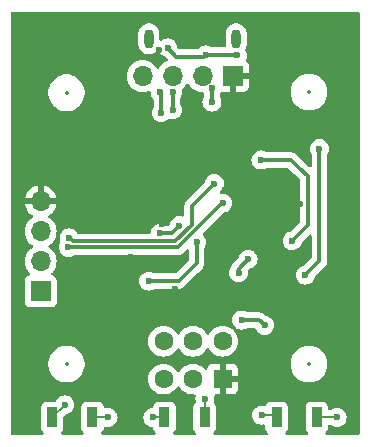
<source format=gbl>
%TF.GenerationSoftware,KiCad,Pcbnew,8.0.5*%
%TF.CreationDate,2024-09-25T16:09:38-04:00*%
%TF.ProjectId,kryptkey,6b727970-746b-4657-992e-6b696361645f,v0.1*%
%TF.SameCoordinates,Original*%
%TF.FileFunction,Copper,L2,Bot*%
%TF.FilePolarity,Positive*%
%FSLAX46Y46*%
G04 Gerber Fmt 4.6, Leading zero omitted, Abs format (unit mm)*
G04 Created by KiCad (PCBNEW 8.0.5) date 2024-09-25 16:09:38*
%MOMM*%
%LPD*%
G01*
G04 APERTURE LIST*
%TA.AperFunction,ComponentPad*%
%ADD10R,1.600000X1.600000*%
%TD*%
%TA.AperFunction,ComponentPad*%
%ADD11C,1.600000*%
%TD*%
%TA.AperFunction,SMDPad,CuDef*%
%ADD12R,0.900000X1.700000*%
%TD*%
%TA.AperFunction,ComponentPad*%
%ADD13R,1.700000X1.700000*%
%TD*%
%TA.AperFunction,ComponentPad*%
%ADD14O,1.700000X1.700000*%
%TD*%
%TA.AperFunction,ComponentPad*%
%ADD15O,0.800000X1.600000*%
%TD*%
%TA.AperFunction,ViaPad*%
%ADD16C,0.600000*%
%TD*%
%TA.AperFunction,Conductor*%
%ADD17C,0.200000*%
%TD*%
%TA.AperFunction,Conductor*%
%ADD18C,0.300000*%
%TD*%
%ADD19C,0.300000*%
%ADD20C,0.350000*%
%ADD21O,0.500000X1.300000*%
G04 APERTURE END LIST*
D10*
%TO.P,SW4,1,A*%
%TO.N,GND*%
X111274380Y-83704380D03*
D11*
%TO.P,SW4,2,B*%
%TO.N,/SW_BOOT0*%
X108774380Y-83704380D03*
%TO.P,SW4,3,C*%
%TO.N,+3V3*%
X106274380Y-83704380D03*
%TO.P,SW4,4*%
%TO.N,N/C*%
X111274380Y-80504380D03*
%TO.P,SW4,5*%
X108774380Y-80504380D03*
%TO.P,SW4,6*%
X106274380Y-80504380D03*
%TD*%
D12*
%TO.P,SW2,1,1*%
%TO.N,/UI_ENTER_BUTTON*%
X106349380Y-86954380D03*
%TO.P,SW2,2,2*%
%TO.N,+3V3*%
X109749380Y-86954380D03*
%TD*%
D13*
%TO.P,J2,1,Pin_1*%
%TO.N,+3V3*%
X95874380Y-76274380D03*
D14*
%TO.P,J2,2,Pin_2*%
%TO.N,/SWDIO*%
X95874380Y-73734380D03*
%TO.P,J2,3,Pin_3*%
%TO.N,/SWCLK*%
X95874380Y-71194380D03*
%TO.P,J2,4,Pin_4*%
%TO.N,GND*%
X95874380Y-68654380D03*
%TD*%
D13*
%TO.P,J1,1,Pin_1*%
%TO.N,GND*%
X112124380Y-58054380D03*
D14*
%TO.P,J1,2,Pin_2*%
%TO.N,+3V3*%
X109584380Y-58054380D03*
%TO.P,J1,3,Pin_3*%
%TO.N,/I2C1_SCL_OLED*%
X107044380Y-58054380D03*
%TO.P,J1,4,Pin_4*%
%TO.N,/I2C1_SDA_OLED*%
X104504380Y-58054380D03*
%TD*%
D15*
%TO.P,J3,S1,SHELL_GND*%
%TO.N,unconnected-(J3-SHELL_GND-PadS1)*%
X112424380Y-54891880D03*
%TO.P,J3,S2,SHELL_GND*%
%TO.N,unconnected-(J3-SHELL_GND-PadS1)_1*%
X105024380Y-54891880D03*
%TD*%
D12*
%TO.P,SW3,1,1*%
%TO.N,/UI_UP_BUTTON*%
X115849380Y-86954380D03*
%TO.P,SW3,2,2*%
%TO.N,+3V3*%
X119249380Y-86954380D03*
%TD*%
%TO.P,SW1,1,1*%
%TO.N,/UI_DOWN_BUTTON*%
X96849380Y-86954380D03*
%TO.P,SW1,2,2*%
%TO.N,+3V3*%
X100249380Y-86954380D03*
%TD*%
D16*
%TO.N,+3V3*%
X120974380Y-86954380D03*
%TO.N,/UI_UP_BUTTON*%
X114574380Y-86754380D03*
%TO.N,+3V3*%
X109774380Y-85354380D03*
%TO.N,/UI_ENTER_BUTTON*%
X105374380Y-86954380D03*
%TO.N,+3V3*%
X101574380Y-86954380D03*
%TO.N,/UI_DOWN_BUTTON*%
X97911880Y-85891880D03*
%TO.N,GND*%
X106174380Y-70604380D03*
X112024380Y-63804380D03*
X110924380Y-72604380D03*
X106374380Y-68704380D03*
X99524380Y-75104380D03*
X117849380Y-68904380D03*
X105851149Y-55863614D03*
X107274380Y-76054380D03*
X111474380Y-67654380D03*
X114474380Y-67754380D03*
X110524380Y-78104380D03*
X114224380Y-58054380D03*
X102724380Y-78204380D03*
X103524380Y-73354380D03*
X106424380Y-67104380D03*
X102574380Y-68704380D03*
X115624380Y-78154380D03*
%TO.N,+3V3*%
X112624380Y-74704380D03*
X117174380Y-72004380D03*
X110374380Y-59054360D03*
X113424380Y-73554380D03*
X114524380Y-65154380D03*
X110374380Y-60254380D03*
%TO.N,VBUS*%
X109874380Y-56254380D03*
X112524380Y-56304380D03*
X106624380Y-55658395D03*
X118274380Y-74904380D03*
X119474380Y-64204380D03*
%TO.N,/SWDIO*%
X111274380Y-68804380D03*
X98221165Y-72552611D03*
%TO.N,/SWCLK*%
X110574380Y-67154380D03*
X98274380Y-71754380D03*
%TO.N,/I2C1_SCL_OLED*%
X107044380Y-59384380D03*
X107044380Y-60904380D03*
%TO.N,/I2C1_SDA_OLED*%
X105974380Y-59404380D03*
X106074380Y-61154380D03*
%TO.N,/UI_UP_BUTTON*%
X112874380Y-78704380D03*
X114824380Y-79154380D03*
%TO.N,+3V3_A*%
X105014760Y-75414000D03*
X109074380Y-72104380D03*
X107624380Y-70704380D03*
X105968249Y-71377371D03*
%TD*%
D17*
%TO.N,+3V3*%
X120974380Y-86954380D02*
X119249380Y-86954380D01*
%TO.N,/UI_UP_BUTTON*%
X115649380Y-86754380D02*
X115849380Y-86954380D01*
X114574380Y-86754380D02*
X115649380Y-86754380D01*
%TO.N,+3V3*%
X109774380Y-86929380D02*
X109749380Y-86954380D01*
X109774380Y-85354380D02*
X109774380Y-86929380D01*
%TO.N,/UI_ENTER_BUTTON*%
X105374380Y-86954380D02*
X106349380Y-86954380D01*
%TO.N,+3V3*%
X101574380Y-86954380D02*
X100249380Y-86954380D01*
%TO.N,/UI_DOWN_BUTTON*%
X97911880Y-85891880D02*
X96849380Y-86954380D01*
D18*
%TO.N,GND*%
X102574380Y-68704380D02*
X106374380Y-68704380D01*
X111474380Y-67654380D02*
X112024380Y-67104380D01*
X114874380Y-67754380D02*
X114474380Y-67754380D01*
X112024380Y-67104380D02*
X112024380Y-63804380D01*
X117599380Y-69154380D02*
X116274380Y-69154380D01*
X117849380Y-68904380D02*
X117599380Y-69154380D01*
X116274380Y-69154380D02*
X114874380Y-67754380D01*
%TO.N,+3V3*%
X110374380Y-59054360D02*
X110374380Y-60254380D01*
X112624380Y-74704380D02*
X112624380Y-74354380D01*
X118499380Y-66529380D02*
X117774380Y-65804380D01*
X117074380Y-65154380D02*
X114524380Y-65154380D01*
X112624380Y-74354380D02*
X113424380Y-73554380D01*
X117174380Y-72004380D02*
X118499380Y-70679380D01*
X117774380Y-65804380D02*
X117724380Y-65804380D01*
X118499380Y-70679380D02*
X118499380Y-66529380D01*
X117724380Y-65804380D02*
X117074380Y-65154380D01*
%TO.N,VBUS*%
X119474380Y-73704380D02*
X119474380Y-64204380D01*
X112474380Y-56254380D02*
X112524380Y-56304380D01*
X107370365Y-56404380D02*
X109724380Y-56404380D01*
X106624380Y-55658395D02*
X107370365Y-56404380D01*
X109724380Y-56404380D02*
X109874380Y-56254380D01*
X109874380Y-56254380D02*
X112474380Y-56254380D01*
X118274380Y-74904380D02*
X119474380Y-73704380D01*
%TO.N,/SWDIO*%
X98221165Y-72552611D02*
X107476149Y-72552611D01*
X111224380Y-68804380D02*
X111274380Y-68804380D01*
X111374380Y-68704380D02*
X111274380Y-68804380D01*
X107476149Y-72552611D02*
X111224380Y-68804380D01*
%TO.N,/SWCLK*%
X107269043Y-72052611D02*
X108674380Y-70647274D01*
X108674380Y-70647274D02*
X108674380Y-69054380D01*
X98640404Y-72052611D02*
X107269043Y-72052611D01*
X98274380Y-71754380D02*
X98342173Y-71754380D01*
X108674380Y-69054380D02*
X110574380Y-67154380D01*
X98342173Y-71754380D02*
X98640404Y-72052611D01*
%TO.N,/I2C1_SCL_OLED*%
X107024380Y-60754380D02*
X107044380Y-60774380D01*
X107044380Y-60734380D02*
X107024380Y-60754380D01*
X107044380Y-59384380D02*
X107044380Y-60734380D01*
X107044380Y-60774380D02*
X107044380Y-60904380D01*
%TO.N,/I2C1_SDA_OLED*%
X106074380Y-59504380D02*
X106074380Y-61154380D01*
X105974380Y-59404380D02*
X106074380Y-59504380D01*
%TO.N,/UI_UP_BUTTON*%
X114374380Y-78704380D02*
X114824380Y-79154380D01*
X112874380Y-78704380D02*
X114374380Y-78704380D01*
%TO.N,+3V3_A*%
X106951389Y-71377371D02*
X107624380Y-70704380D01*
X109074380Y-73873619D02*
X107543619Y-75404380D01*
X105968249Y-71377371D02*
X106951389Y-71377371D01*
X105074380Y-75354380D02*
X105014760Y-75414000D01*
X109074380Y-72104380D02*
X109074380Y-73873619D01*
X107543619Y-75404380D02*
X105124380Y-75404380D01*
X105124380Y-75404380D02*
X105074380Y-75354380D01*
%TD*%
%TA.AperFunction,Conductor*%
%TO.N,GND*%
G36*
X122866919Y-52674565D02*
G01*
X122912674Y-52727369D01*
X122923880Y-52778880D01*
X122923880Y-88279880D01*
X122904195Y-88346919D01*
X122851391Y-88392674D01*
X122799880Y-88403880D01*
X120106274Y-88403880D01*
X120039235Y-88384195D01*
X119993480Y-88331391D01*
X119983536Y-88262233D01*
X120012561Y-88198677D01*
X120031962Y-88180614D01*
X120056926Y-88161926D01*
X120143176Y-88046711D01*
X120193471Y-87911863D01*
X120199880Y-87852253D01*
X120199880Y-87678880D01*
X120219565Y-87611841D01*
X120272369Y-87566086D01*
X120323880Y-87554880D01*
X120391968Y-87554880D01*
X120459007Y-87574565D01*
X120469283Y-87581935D01*
X120472116Y-87584194D01*
X120472118Y-87584196D01*
X120516115Y-87611841D01*
X120622806Y-87678880D01*
X120624858Y-87680169D01*
X120748548Y-87723450D01*
X120795125Y-87739748D01*
X120795130Y-87739749D01*
X120974376Y-87759945D01*
X120974380Y-87759945D01*
X120974384Y-87759945D01*
X121153629Y-87739749D01*
X121153632Y-87739748D01*
X121153635Y-87739748D01*
X121323902Y-87680169D01*
X121476642Y-87584196D01*
X121604196Y-87456642D01*
X121700169Y-87303902D01*
X121759748Y-87133635D01*
X121779945Y-86954380D01*
X121774322Y-86904476D01*
X121759749Y-86775130D01*
X121759748Y-86775125D01*
X121725499Y-86677247D01*
X121700169Y-86604858D01*
X121681486Y-86575125D01*
X121604195Y-86452117D01*
X121476642Y-86324564D01*
X121323903Y-86228591D01*
X121153634Y-86169011D01*
X121153629Y-86169010D01*
X120974384Y-86148815D01*
X120974376Y-86148815D01*
X120795130Y-86169010D01*
X120795125Y-86169011D01*
X120624856Y-86228591D01*
X120472116Y-86324565D01*
X120469283Y-86326825D01*
X120467104Y-86327714D01*
X120466222Y-86328269D01*
X120466124Y-86328114D01*
X120404597Y-86353235D01*
X120391968Y-86353880D01*
X120323879Y-86353880D01*
X120256840Y-86334195D01*
X120211085Y-86281391D01*
X120199879Y-86229880D01*
X120199879Y-86056509D01*
X120199878Y-86056503D01*
X120199877Y-86056496D01*
X120193471Y-85996897D01*
X120186812Y-85979044D01*
X120143177Y-85862051D01*
X120143173Y-85862044D01*
X120056927Y-85746835D01*
X120056924Y-85746832D01*
X119941715Y-85660586D01*
X119941708Y-85660582D01*
X119806862Y-85610288D01*
X119806863Y-85610288D01*
X119747263Y-85603881D01*
X119747261Y-85603880D01*
X119747253Y-85603880D01*
X119747244Y-85603880D01*
X118751509Y-85603880D01*
X118751503Y-85603881D01*
X118691896Y-85610288D01*
X118557051Y-85660582D01*
X118557044Y-85660586D01*
X118441835Y-85746832D01*
X118441832Y-85746835D01*
X118355586Y-85862044D01*
X118355582Y-85862051D01*
X118305288Y-85996897D01*
X118298881Y-86056496D01*
X118298881Y-86056503D01*
X118298880Y-86056515D01*
X118298880Y-87852250D01*
X118298881Y-87852256D01*
X118305288Y-87911863D01*
X118355582Y-88046708D01*
X118355586Y-88046715D01*
X118441832Y-88161924D01*
X118441833Y-88161924D01*
X118441834Y-88161926D01*
X118466798Y-88180614D01*
X118508668Y-88236548D01*
X118513652Y-88306240D01*
X118480166Y-88367562D01*
X118418842Y-88401047D01*
X118392486Y-88403880D01*
X116706274Y-88403880D01*
X116639235Y-88384195D01*
X116593480Y-88331391D01*
X116583536Y-88262233D01*
X116612561Y-88198677D01*
X116631962Y-88180614D01*
X116656926Y-88161926D01*
X116743176Y-88046711D01*
X116793471Y-87911863D01*
X116799880Y-87852253D01*
X116799879Y-86056508D01*
X116793471Y-85996897D01*
X116786812Y-85979044D01*
X116743177Y-85862051D01*
X116743173Y-85862044D01*
X116656927Y-85746835D01*
X116656924Y-85746832D01*
X116541715Y-85660586D01*
X116541708Y-85660582D01*
X116406862Y-85610288D01*
X116406863Y-85610288D01*
X116347263Y-85603881D01*
X116347261Y-85603880D01*
X116347253Y-85603880D01*
X116347244Y-85603880D01*
X115351509Y-85603880D01*
X115351503Y-85603881D01*
X115291896Y-85610288D01*
X115157051Y-85660582D01*
X115157044Y-85660586D01*
X115041835Y-85746832D01*
X115041832Y-85746835D01*
X114955586Y-85862044D01*
X114955582Y-85862051D01*
X114939439Y-85905335D01*
X114897568Y-85961269D01*
X114832104Y-85985686D01*
X114782306Y-85979044D01*
X114753635Y-85969012D01*
X114753631Y-85969011D01*
X114753627Y-85969010D01*
X114574384Y-85948815D01*
X114574376Y-85948815D01*
X114395130Y-85969010D01*
X114395125Y-85969011D01*
X114224856Y-86028591D01*
X114072117Y-86124564D01*
X113944564Y-86252117D01*
X113848591Y-86404856D01*
X113789011Y-86575125D01*
X113789010Y-86575130D01*
X113768815Y-86754376D01*
X113768815Y-86754383D01*
X113789010Y-86933629D01*
X113789011Y-86933634D01*
X113848591Y-87103903D01*
X113944564Y-87256642D01*
X114072118Y-87384196D01*
X114224858Y-87480169D01*
X114392899Y-87538969D01*
X114395125Y-87539748D01*
X114395130Y-87539749D01*
X114574376Y-87559945D01*
X114574380Y-87559945D01*
X114574384Y-87559945D01*
X114760556Y-87538969D01*
X114760902Y-87542046D01*
X114816940Y-87545439D01*
X114873328Y-87586696D01*
X114898460Y-87651889D01*
X114898880Y-87662087D01*
X114898880Y-87852249D01*
X114898881Y-87852256D01*
X114905288Y-87911863D01*
X114955582Y-88046708D01*
X114955586Y-88046715D01*
X115041832Y-88161924D01*
X115041833Y-88161924D01*
X115041834Y-88161926D01*
X115066798Y-88180614D01*
X115108668Y-88236548D01*
X115113652Y-88306240D01*
X115080166Y-88367562D01*
X115018842Y-88401047D01*
X114992486Y-88403880D01*
X110606274Y-88403880D01*
X110539235Y-88384195D01*
X110493480Y-88331391D01*
X110483536Y-88262233D01*
X110512561Y-88198677D01*
X110531962Y-88180614D01*
X110556926Y-88161926D01*
X110643176Y-88046711D01*
X110693471Y-87911863D01*
X110699880Y-87852253D01*
X110699879Y-86056508D01*
X110693471Y-85996897D01*
X110686812Y-85979044D01*
X110643177Y-85862051D01*
X110643173Y-85862044D01*
X110551612Y-85739735D01*
X110553251Y-85738507D01*
X110525361Y-85687431D01*
X110529485Y-85620119D01*
X110556696Y-85542358D01*
X110559747Y-85533639D01*
X110559749Y-85533629D01*
X110579945Y-85354383D01*
X110579945Y-85354376D01*
X110559749Y-85175130D01*
X110559748Y-85175125D01*
X110557722Y-85169335D01*
X110554161Y-85099556D01*
X110588890Y-85038928D01*
X110650883Y-85006701D01*
X110674764Y-85004380D01*
X111024380Y-85004380D01*
X111024380Y-84020066D01*
X111028774Y-84024460D01*
X111119986Y-84077121D01*
X111221719Y-84104380D01*
X111327041Y-84104380D01*
X111428774Y-84077121D01*
X111519986Y-84024460D01*
X111524380Y-84020066D01*
X111524380Y-85004380D01*
X112122208Y-85004380D01*
X112122224Y-85004379D01*
X112181752Y-84997978D01*
X112181759Y-84997976D01*
X112316466Y-84947734D01*
X112316473Y-84947730D01*
X112431567Y-84861570D01*
X112431570Y-84861567D01*
X112517730Y-84746473D01*
X112517734Y-84746466D01*
X112567976Y-84611759D01*
X112567978Y-84611752D01*
X112574379Y-84552224D01*
X112574380Y-84552207D01*
X112574380Y-83954380D01*
X111590066Y-83954380D01*
X111594460Y-83949986D01*
X111647121Y-83858774D01*
X111674380Y-83757041D01*
X111674380Y-83651719D01*
X111647121Y-83549986D01*
X111594460Y-83458774D01*
X111590066Y-83454380D01*
X112574380Y-83454380D01*
X112574380Y-82856552D01*
X112574379Y-82856535D01*
X112567978Y-82797007D01*
X112567976Y-82797000D01*
X112517734Y-82662293D01*
X112517730Y-82662286D01*
X112431570Y-82547192D01*
X112431567Y-82547189D01*
X112316473Y-82461029D01*
X112316466Y-82461025D01*
X112181759Y-82410783D01*
X112181752Y-82410781D01*
X112122224Y-82404380D01*
X111524380Y-82404380D01*
X111524380Y-83388694D01*
X111519986Y-83384300D01*
X111428774Y-83331639D01*
X111327041Y-83304380D01*
X111221719Y-83304380D01*
X111119986Y-83331639D01*
X111028774Y-83384300D01*
X111024380Y-83388694D01*
X111024380Y-82404380D01*
X110426535Y-82404380D01*
X110367007Y-82410781D01*
X110367000Y-82410783D01*
X110232293Y-82461025D01*
X110232286Y-82461029D01*
X110117192Y-82547189D01*
X110117189Y-82547192D01*
X110031029Y-82662286D01*
X110031025Y-82662293D01*
X109980781Y-82797006D01*
X109979430Y-82802723D01*
X109944855Y-82863438D01*
X109882944Y-82895823D01*
X109813352Y-82889594D01*
X109771073Y-82861886D01*
X109613521Y-82704334D01*
X109427114Y-82573812D01*
X109427112Y-82573811D01*
X109220877Y-82477641D01*
X109220868Y-82477638D01*
X109001077Y-82418746D01*
X109001073Y-82418745D01*
X109001072Y-82418745D01*
X109001071Y-82418744D01*
X109001066Y-82418744D01*
X108774382Y-82398912D01*
X108774378Y-82398912D01*
X108547693Y-82418744D01*
X108547682Y-82418746D01*
X108327891Y-82477638D01*
X108327882Y-82477641D01*
X108121647Y-82573811D01*
X108121645Y-82573812D01*
X107935238Y-82704334D01*
X107774334Y-82865238D01*
X107643813Y-83051644D01*
X107643812Y-83051646D01*
X107636760Y-83066767D01*
X107590589Y-83119205D01*
X107523395Y-83138356D01*
X107456514Y-83118140D01*
X107411999Y-83066767D01*
X107404948Y-83051646D01*
X107274427Y-82865241D01*
X107274425Y-82865238D01*
X107113521Y-82704334D01*
X106927114Y-82573812D01*
X106927112Y-82573811D01*
X106720877Y-82477641D01*
X106720868Y-82477638D01*
X106501077Y-82418746D01*
X106501073Y-82418745D01*
X106501072Y-82418745D01*
X106501071Y-82418744D01*
X106501066Y-82418744D01*
X106274382Y-82398912D01*
X106274378Y-82398912D01*
X106047693Y-82418744D01*
X106047682Y-82418746D01*
X105827891Y-82477638D01*
X105827882Y-82477641D01*
X105621647Y-82573811D01*
X105621645Y-82573812D01*
X105435238Y-82704334D01*
X105274334Y-82865238D01*
X105143812Y-83051645D01*
X105143811Y-83051647D01*
X105047641Y-83257882D01*
X105047638Y-83257891D01*
X104988746Y-83477682D01*
X104988744Y-83477693D01*
X104968912Y-83704378D01*
X104968912Y-83704381D01*
X104988744Y-83931066D01*
X104988746Y-83931077D01*
X105047638Y-84150868D01*
X105047641Y-84150877D01*
X105143811Y-84357112D01*
X105143812Y-84357114D01*
X105274334Y-84543521D01*
X105435238Y-84704425D01*
X105435241Y-84704427D01*
X105621646Y-84834948D01*
X105827884Y-84931119D01*
X106047688Y-84990015D01*
X106209610Y-85004181D01*
X106274378Y-85009848D01*
X106274380Y-85009848D01*
X106274382Y-85009848D01*
X106336891Y-85004379D01*
X106501072Y-84990015D01*
X106720876Y-84931119D01*
X106927114Y-84834948D01*
X107113519Y-84704427D01*
X107274427Y-84543519D01*
X107404948Y-84357114D01*
X107411998Y-84341994D01*
X107458169Y-84289556D01*
X107525362Y-84270403D01*
X107592244Y-84290618D01*
X107636761Y-84341994D01*
X107643812Y-84357113D01*
X107643812Y-84357114D01*
X107774334Y-84543521D01*
X107935238Y-84704425D01*
X107935241Y-84704427D01*
X108121646Y-84834948D01*
X108327884Y-84931119D01*
X108547688Y-84990015D01*
X108709610Y-85004181D01*
X108774378Y-85009848D01*
X108774380Y-85009848D01*
X108864191Y-85001990D01*
X108932689Y-85015756D01*
X108982872Y-85064371D01*
X108998806Y-85132400D01*
X108992040Y-85166469D01*
X108989012Y-85175120D01*
X108989010Y-85175130D01*
X108968815Y-85354376D01*
X108968815Y-85354383D01*
X108989011Y-85533632D01*
X109008324Y-85588826D01*
X109011885Y-85658605D01*
X108977156Y-85719232D01*
X108965595Y-85729045D01*
X108941839Y-85746829D01*
X108941831Y-85746837D01*
X108855586Y-85862044D01*
X108855582Y-85862051D01*
X108805288Y-85996897D01*
X108798881Y-86056496D01*
X108798881Y-86056503D01*
X108798880Y-86056515D01*
X108798880Y-87852250D01*
X108798881Y-87852256D01*
X108805288Y-87911863D01*
X108855582Y-88046708D01*
X108855586Y-88046715D01*
X108941832Y-88161924D01*
X108941833Y-88161924D01*
X108941834Y-88161926D01*
X108966798Y-88180614D01*
X109008668Y-88236548D01*
X109013652Y-88306240D01*
X108980166Y-88367562D01*
X108918842Y-88401047D01*
X108892486Y-88403880D01*
X107206274Y-88403880D01*
X107139235Y-88384195D01*
X107093480Y-88331391D01*
X107083536Y-88262233D01*
X107112561Y-88198677D01*
X107131962Y-88180614D01*
X107156926Y-88161926D01*
X107243176Y-88046711D01*
X107293471Y-87911863D01*
X107299880Y-87852253D01*
X107299879Y-86056508D01*
X107293471Y-85996897D01*
X107286812Y-85979044D01*
X107243177Y-85862051D01*
X107243173Y-85862044D01*
X107156927Y-85746835D01*
X107156924Y-85746832D01*
X107041715Y-85660586D01*
X107041708Y-85660582D01*
X106906862Y-85610288D01*
X106906863Y-85610288D01*
X106847263Y-85603881D01*
X106847261Y-85603880D01*
X106847253Y-85603880D01*
X106847244Y-85603880D01*
X105851509Y-85603880D01*
X105851503Y-85603881D01*
X105791896Y-85610288D01*
X105657051Y-85660582D01*
X105657044Y-85660586D01*
X105541835Y-85746832D01*
X105541832Y-85746835D01*
X105455586Y-85862044D01*
X105455582Y-85862051D01*
X105405288Y-85996896D01*
X105399760Y-86048317D01*
X105373022Y-86112868D01*
X105315629Y-86152716D01*
X105290355Y-86158281D01*
X105195129Y-86169010D01*
X105195125Y-86169011D01*
X105024856Y-86228591D01*
X104872117Y-86324564D01*
X104744564Y-86452117D01*
X104648591Y-86604856D01*
X104589011Y-86775125D01*
X104589010Y-86775130D01*
X104568815Y-86954376D01*
X104568815Y-86954383D01*
X104589010Y-87133629D01*
X104589011Y-87133634D01*
X104648591Y-87303903D01*
X104699042Y-87384195D01*
X104744564Y-87456642D01*
X104872118Y-87584196D01*
X104876097Y-87586696D01*
X105022806Y-87678880D01*
X105024858Y-87680169D01*
X105148548Y-87723450D01*
X105195125Y-87739748D01*
X105195130Y-87739749D01*
X105290354Y-87750478D01*
X105354768Y-87777544D01*
X105394323Y-87835139D01*
X105399761Y-87860444D01*
X105405288Y-87911863D01*
X105455582Y-88046708D01*
X105455586Y-88046715D01*
X105541832Y-88161924D01*
X105541833Y-88161924D01*
X105541834Y-88161926D01*
X105566798Y-88180614D01*
X105608668Y-88236548D01*
X105613652Y-88306240D01*
X105580166Y-88367562D01*
X105518842Y-88401047D01*
X105492486Y-88403880D01*
X101106274Y-88403880D01*
X101039235Y-88384195D01*
X100993480Y-88331391D01*
X100983536Y-88262233D01*
X101012561Y-88198677D01*
X101031962Y-88180614D01*
X101056926Y-88161926D01*
X101143176Y-88046711D01*
X101193471Y-87911863D01*
X101199880Y-87852253D01*
X101199879Y-87846199D01*
X101219556Y-87779162D01*
X101272356Y-87733401D01*
X101341513Y-87723450D01*
X101364832Y-87729148D01*
X101395125Y-87739748D01*
X101395128Y-87739748D01*
X101395130Y-87739749D01*
X101574376Y-87759945D01*
X101574380Y-87759945D01*
X101574384Y-87759945D01*
X101753629Y-87739749D01*
X101753632Y-87739748D01*
X101753635Y-87739748D01*
X101923902Y-87680169D01*
X102076642Y-87584196D01*
X102204196Y-87456642D01*
X102300169Y-87303902D01*
X102359748Y-87133635D01*
X102379945Y-86954380D01*
X102374322Y-86904476D01*
X102359749Y-86775130D01*
X102359748Y-86775125D01*
X102325499Y-86677247D01*
X102300169Y-86604858D01*
X102281486Y-86575125D01*
X102204195Y-86452117D01*
X102076642Y-86324564D01*
X101923903Y-86228591D01*
X101753634Y-86169011D01*
X101753629Y-86169010D01*
X101574384Y-86148815D01*
X101574376Y-86148815D01*
X101395130Y-86169010D01*
X101395122Y-86169012D01*
X101364833Y-86179611D01*
X101295054Y-86183172D01*
X101234427Y-86148443D01*
X101202200Y-86086449D01*
X101199879Y-86062569D01*
X101199879Y-86056509D01*
X101199878Y-86056503D01*
X101199877Y-86056496D01*
X101193471Y-85996897D01*
X101186812Y-85979044D01*
X101143177Y-85862051D01*
X101143173Y-85862044D01*
X101056927Y-85746835D01*
X101056924Y-85746832D01*
X100941715Y-85660586D01*
X100941708Y-85660582D01*
X100806862Y-85610288D01*
X100806863Y-85610288D01*
X100747263Y-85603881D01*
X100747261Y-85603880D01*
X100747253Y-85603880D01*
X100747244Y-85603880D01*
X99751509Y-85603880D01*
X99751503Y-85603881D01*
X99691896Y-85610288D01*
X99557051Y-85660582D01*
X99557044Y-85660586D01*
X99441835Y-85746832D01*
X99441832Y-85746835D01*
X99355586Y-85862044D01*
X99355582Y-85862051D01*
X99305288Y-85996897D01*
X99298881Y-86056496D01*
X99298881Y-86056503D01*
X99298880Y-86056515D01*
X99298880Y-87852250D01*
X99298881Y-87852256D01*
X99305288Y-87911863D01*
X99355582Y-88046708D01*
X99355586Y-88046715D01*
X99441832Y-88161924D01*
X99441833Y-88161924D01*
X99441834Y-88161926D01*
X99466798Y-88180614D01*
X99508668Y-88236548D01*
X99513652Y-88306240D01*
X99480166Y-88367562D01*
X99418842Y-88401047D01*
X99392486Y-88403880D01*
X97706274Y-88403880D01*
X97639235Y-88384195D01*
X97593480Y-88331391D01*
X97583536Y-88262233D01*
X97612561Y-88198677D01*
X97631962Y-88180614D01*
X97656926Y-88161926D01*
X97743176Y-88046711D01*
X97793471Y-87911863D01*
X97799880Y-87852253D01*
X97799879Y-86904475D01*
X97819563Y-86837437D01*
X97836193Y-86816800D01*
X97930415Y-86722578D01*
X97991736Y-86689095D01*
X98004191Y-86687043D01*
X98091135Y-86677248D01*
X98261402Y-86617669D01*
X98414142Y-86521696D01*
X98541696Y-86394142D01*
X98637669Y-86241402D01*
X98697248Y-86071135D01*
X98698213Y-86062569D01*
X98717445Y-85891883D01*
X98717445Y-85891876D01*
X98697249Y-85712630D01*
X98697248Y-85712625D01*
X98679037Y-85660582D01*
X98637669Y-85542358D01*
X98632190Y-85533639D01*
X98541695Y-85389617D01*
X98414142Y-85262064D01*
X98261403Y-85166091D01*
X98091134Y-85106511D01*
X98091129Y-85106510D01*
X97911884Y-85086315D01*
X97911876Y-85086315D01*
X97732630Y-85106510D01*
X97732625Y-85106511D01*
X97562356Y-85166091D01*
X97409617Y-85262064D01*
X97282064Y-85389617D01*
X97183895Y-85545852D01*
X97131560Y-85592143D01*
X97078901Y-85603880D01*
X96351509Y-85603880D01*
X96351503Y-85603881D01*
X96291896Y-85610288D01*
X96157051Y-85660582D01*
X96157044Y-85660586D01*
X96041835Y-85746832D01*
X96041832Y-85746835D01*
X95955586Y-85862044D01*
X95955582Y-85862051D01*
X95905288Y-85996897D01*
X95898881Y-86056496D01*
X95898881Y-86056503D01*
X95898880Y-86056515D01*
X95898880Y-87852250D01*
X95898881Y-87852256D01*
X95905288Y-87911863D01*
X95955582Y-88046708D01*
X95955586Y-88046715D01*
X96041832Y-88161924D01*
X96041833Y-88161924D01*
X96041834Y-88161926D01*
X96066798Y-88180614D01*
X96108668Y-88236548D01*
X96113652Y-88306240D01*
X96080166Y-88367562D01*
X96018842Y-88401047D01*
X95992486Y-88403880D01*
X93448880Y-88403880D01*
X93381841Y-88384195D01*
X93336086Y-88331391D01*
X93324880Y-88279880D01*
X93324880Y-82312353D01*
X96508880Y-82312353D01*
X96508880Y-82556406D01*
X96546987Y-82797006D01*
X96547059Y-82797456D01*
X96579020Y-82895823D01*
X96622477Y-83029567D01*
X96733276Y-83247022D01*
X96876719Y-83444456D01*
X96876723Y-83444461D01*
X97049298Y-83617036D01*
X97049303Y-83617040D01*
X97169517Y-83704380D01*
X97246741Y-83760486D01*
X97464195Y-83871284D01*
X97696304Y-83946701D01*
X97937353Y-83984880D01*
X97937354Y-83984880D01*
X98181406Y-83984880D01*
X98181407Y-83984880D01*
X98422456Y-83946701D01*
X98654565Y-83871284D01*
X98872019Y-83760486D01*
X99069463Y-83617035D01*
X99242035Y-83444463D01*
X99385486Y-83247019D01*
X99496284Y-83029565D01*
X99571701Y-82797456D01*
X99609880Y-82556407D01*
X99609880Y-82312353D01*
X117038880Y-82312353D01*
X117038880Y-82556406D01*
X117076987Y-82797006D01*
X117077059Y-82797456D01*
X117109020Y-82895823D01*
X117152477Y-83029567D01*
X117263276Y-83247022D01*
X117406719Y-83444456D01*
X117406723Y-83444461D01*
X117579298Y-83617036D01*
X117579303Y-83617040D01*
X117699517Y-83704380D01*
X117776741Y-83760486D01*
X117994195Y-83871284D01*
X118226304Y-83946701D01*
X118467353Y-83984880D01*
X118467354Y-83984880D01*
X118711406Y-83984880D01*
X118711407Y-83984880D01*
X118952456Y-83946701D01*
X119184565Y-83871284D01*
X119402019Y-83760486D01*
X119599463Y-83617035D01*
X119772035Y-83444463D01*
X119915486Y-83247019D01*
X120026284Y-83029565D01*
X120101701Y-82797456D01*
X120139880Y-82556407D01*
X120139880Y-82312353D01*
X120101701Y-82071304D01*
X120026284Y-81839195D01*
X119915486Y-81621741D01*
X119830253Y-81504427D01*
X119772040Y-81424303D01*
X119772036Y-81424298D01*
X119599461Y-81251723D01*
X119599456Y-81251719D01*
X119402022Y-81108276D01*
X119402021Y-81108275D01*
X119402019Y-81108274D01*
X119184565Y-80997476D01*
X118952456Y-80922059D01*
X118952454Y-80922058D01*
X118952452Y-80922058D01*
X118784149Y-80895401D01*
X118711407Y-80883880D01*
X118467353Y-80883880D01*
X118411473Y-80892730D01*
X118226307Y-80922058D01*
X117994192Y-80997477D01*
X117776737Y-81108276D01*
X117579303Y-81251719D01*
X117579298Y-81251723D01*
X117406723Y-81424298D01*
X117406719Y-81424303D01*
X117263276Y-81621737D01*
X117152477Y-81839192D01*
X117077058Y-82071307D01*
X117038880Y-82312353D01*
X99609880Y-82312353D01*
X99571701Y-82071304D01*
X99496284Y-81839195D01*
X99385486Y-81621741D01*
X99300253Y-81504427D01*
X99242040Y-81424303D01*
X99242036Y-81424298D01*
X99069461Y-81251723D01*
X99069456Y-81251719D01*
X98872022Y-81108276D01*
X98872021Y-81108275D01*
X98872019Y-81108274D01*
X98654565Y-80997476D01*
X98422456Y-80922059D01*
X98422454Y-80922058D01*
X98422452Y-80922058D01*
X98254149Y-80895401D01*
X98181407Y-80883880D01*
X97937353Y-80883880D01*
X97881473Y-80892730D01*
X97696307Y-80922058D01*
X97464192Y-80997477D01*
X97246737Y-81108276D01*
X97049303Y-81251719D01*
X97049298Y-81251723D01*
X96876723Y-81424298D01*
X96876719Y-81424303D01*
X96733276Y-81621737D01*
X96622477Y-81839192D01*
X96547058Y-82071307D01*
X96508880Y-82312353D01*
X93324880Y-82312353D01*
X93324880Y-80504378D01*
X104968912Y-80504378D01*
X104968912Y-80504381D01*
X104988744Y-80731066D01*
X104988746Y-80731077D01*
X105047638Y-80950868D01*
X105047641Y-80950877D01*
X105143811Y-81157112D01*
X105143812Y-81157114D01*
X105274334Y-81343521D01*
X105435238Y-81504425D01*
X105435241Y-81504427D01*
X105621646Y-81634948D01*
X105827884Y-81731119D01*
X106047688Y-81790015D01*
X106209610Y-81804181D01*
X106274378Y-81809848D01*
X106274380Y-81809848D01*
X106274382Y-81809848D01*
X106331053Y-81804889D01*
X106501072Y-81790015D01*
X106720876Y-81731119D01*
X106927114Y-81634948D01*
X107113519Y-81504427D01*
X107274427Y-81343519D01*
X107404948Y-81157114D01*
X107411998Y-81141994D01*
X107458169Y-81089556D01*
X107525362Y-81070403D01*
X107592244Y-81090618D01*
X107636761Y-81141994D01*
X107643812Y-81157113D01*
X107643812Y-81157114D01*
X107774334Y-81343521D01*
X107935238Y-81504425D01*
X107935241Y-81504427D01*
X108121646Y-81634948D01*
X108327884Y-81731119D01*
X108547688Y-81790015D01*
X108709610Y-81804181D01*
X108774378Y-81809848D01*
X108774380Y-81809848D01*
X108774382Y-81809848D01*
X108831053Y-81804889D01*
X109001072Y-81790015D01*
X109220876Y-81731119D01*
X109427114Y-81634948D01*
X109613519Y-81504427D01*
X109774427Y-81343519D01*
X109904948Y-81157114D01*
X109911998Y-81141994D01*
X109958169Y-81089556D01*
X110025362Y-81070403D01*
X110092244Y-81090618D01*
X110136761Y-81141994D01*
X110143812Y-81157113D01*
X110143812Y-81157114D01*
X110274334Y-81343521D01*
X110435238Y-81504425D01*
X110435241Y-81504427D01*
X110621646Y-81634948D01*
X110827884Y-81731119D01*
X111047688Y-81790015D01*
X111209610Y-81804181D01*
X111274378Y-81809848D01*
X111274380Y-81809848D01*
X111274382Y-81809848D01*
X111331053Y-81804889D01*
X111501072Y-81790015D01*
X111720876Y-81731119D01*
X111927114Y-81634948D01*
X112113519Y-81504427D01*
X112274427Y-81343519D01*
X112404948Y-81157114D01*
X112501119Y-80950876D01*
X112560015Y-80731072D01*
X112579848Y-80504380D01*
X112560015Y-80277688D01*
X112501119Y-80057884D01*
X112404948Y-79851646D01*
X112274427Y-79665241D01*
X112274425Y-79665238D01*
X112113521Y-79504334D01*
X111927114Y-79373812D01*
X111927112Y-79373811D01*
X111720877Y-79277641D01*
X111720868Y-79277638D01*
X111501077Y-79218746D01*
X111501073Y-79218745D01*
X111501072Y-79218745D01*
X111501071Y-79218744D01*
X111501066Y-79218744D01*
X111274382Y-79198912D01*
X111274378Y-79198912D01*
X111047693Y-79218744D01*
X111047682Y-79218746D01*
X110827891Y-79277638D01*
X110827882Y-79277641D01*
X110621647Y-79373811D01*
X110621645Y-79373812D01*
X110435238Y-79504334D01*
X110274334Y-79665238D01*
X110143813Y-79851644D01*
X110143812Y-79851646D01*
X110136760Y-79866767D01*
X110090589Y-79919205D01*
X110023395Y-79938356D01*
X109956514Y-79918140D01*
X109911999Y-79866767D01*
X109904948Y-79851646D01*
X109774427Y-79665241D01*
X109774425Y-79665238D01*
X109613521Y-79504334D01*
X109427114Y-79373812D01*
X109427112Y-79373811D01*
X109220877Y-79277641D01*
X109220868Y-79277638D01*
X109001077Y-79218746D01*
X109001073Y-79218745D01*
X109001072Y-79218745D01*
X109001071Y-79218744D01*
X109001066Y-79218744D01*
X108774382Y-79198912D01*
X108774378Y-79198912D01*
X108547693Y-79218744D01*
X108547682Y-79218746D01*
X108327891Y-79277638D01*
X108327882Y-79277641D01*
X108121647Y-79373811D01*
X108121645Y-79373812D01*
X107935238Y-79504334D01*
X107774334Y-79665238D01*
X107643813Y-79851644D01*
X107643812Y-79851646D01*
X107636760Y-79866767D01*
X107590589Y-79919205D01*
X107523395Y-79938356D01*
X107456514Y-79918140D01*
X107411999Y-79866767D01*
X107404948Y-79851646D01*
X107274427Y-79665241D01*
X107274425Y-79665238D01*
X107113521Y-79504334D01*
X106927114Y-79373812D01*
X106927112Y-79373811D01*
X106720877Y-79277641D01*
X106720868Y-79277638D01*
X106501077Y-79218746D01*
X106501073Y-79218745D01*
X106501072Y-79218745D01*
X106501071Y-79218744D01*
X106501066Y-79218744D01*
X106274382Y-79198912D01*
X106274378Y-79198912D01*
X106047693Y-79218744D01*
X106047682Y-79218746D01*
X105827891Y-79277638D01*
X105827882Y-79277641D01*
X105621647Y-79373811D01*
X105621645Y-79373812D01*
X105435238Y-79504334D01*
X105274334Y-79665238D01*
X105143812Y-79851645D01*
X105143811Y-79851647D01*
X105047641Y-80057882D01*
X105047638Y-80057891D01*
X104988746Y-80277682D01*
X104988744Y-80277693D01*
X104968912Y-80504378D01*
X93324880Y-80504378D01*
X93324880Y-78704376D01*
X112068815Y-78704376D01*
X112068815Y-78704383D01*
X112089010Y-78883629D01*
X112089011Y-78883634D01*
X112148591Y-79053903D01*
X112211727Y-79154383D01*
X112244564Y-79206642D01*
X112372118Y-79334196D01*
X112435284Y-79373886D01*
X112520401Y-79427369D01*
X112524858Y-79430169D01*
X112695119Y-79489746D01*
X112695125Y-79489748D01*
X112695130Y-79489749D01*
X112874376Y-79509945D01*
X112874380Y-79509945D01*
X112874384Y-79509945D01*
X113053629Y-79489749D01*
X113053631Y-79489748D01*
X113053635Y-79489748D01*
X113053638Y-79489746D01*
X113053642Y-79489746D01*
X113143757Y-79458212D01*
X113223902Y-79430169D01*
X113313476Y-79373885D01*
X113379448Y-79354880D01*
X113958463Y-79354880D01*
X114025502Y-79374565D01*
X114071257Y-79427369D01*
X114075505Y-79437926D01*
X114098590Y-79503901D01*
X114098862Y-79504334D01*
X114194564Y-79656642D01*
X114322118Y-79784196D01*
X114412460Y-79840962D01*
X114429465Y-79851647D01*
X114474858Y-79880169D01*
X114641147Y-79938356D01*
X114645125Y-79939748D01*
X114645130Y-79939749D01*
X114824376Y-79959945D01*
X114824380Y-79959945D01*
X114824384Y-79959945D01*
X115003629Y-79939749D01*
X115003632Y-79939748D01*
X115003635Y-79939748D01*
X115173902Y-79880169D01*
X115326642Y-79784196D01*
X115454196Y-79656642D01*
X115550169Y-79503902D01*
X115609748Y-79333635D01*
X115616057Y-79277641D01*
X115629945Y-79154383D01*
X115629945Y-79154376D01*
X115609749Y-78975130D01*
X115609748Y-78975125D01*
X115550168Y-78804856D01*
X115454195Y-78652117D01*
X115326642Y-78524564D01*
X115173901Y-78428590D01*
X115003635Y-78369012D01*
X115003626Y-78369010D01*
X114996392Y-78368195D01*
X114931980Y-78341124D01*
X114922612Y-78332666D01*
X114789049Y-78199103D01*
X114682507Y-78127915D01*
X114564124Y-78078879D01*
X114564118Y-78078877D01*
X114438451Y-78053880D01*
X114438449Y-78053880D01*
X113379448Y-78053880D01*
X113313476Y-78034874D01*
X113223902Y-77978590D01*
X113223898Y-77978589D01*
X113053642Y-77919013D01*
X113053629Y-77919010D01*
X112874384Y-77898815D01*
X112874376Y-77898815D01*
X112695130Y-77919010D01*
X112695125Y-77919011D01*
X112524856Y-77978591D01*
X112372117Y-78074564D01*
X112244564Y-78202117D01*
X112148591Y-78354856D01*
X112089011Y-78525125D01*
X112089010Y-78525130D01*
X112068815Y-78704376D01*
X93324880Y-78704376D01*
X93324880Y-71194379D01*
X94518721Y-71194379D01*
X94518721Y-71194380D01*
X94539316Y-71429783D01*
X94539318Y-71429793D01*
X94600474Y-71658035D01*
X94600476Y-71658039D01*
X94600477Y-71658043D01*
X94645622Y-71754856D01*
X94700345Y-71872210D01*
X94700347Y-71872214D01*
X94835881Y-72065775D01*
X94835886Y-72065782D01*
X95002977Y-72232873D01*
X95002983Y-72232878D01*
X95188538Y-72362805D01*
X95232163Y-72417382D01*
X95239357Y-72486880D01*
X95207834Y-72549235D01*
X95188538Y-72565955D01*
X95002977Y-72695885D01*
X94835885Y-72862977D01*
X94700345Y-73056549D01*
X94700344Y-73056551D01*
X94600478Y-73270715D01*
X94600474Y-73270724D01*
X94539318Y-73498966D01*
X94539316Y-73498976D01*
X94518721Y-73734379D01*
X94518721Y-73734380D01*
X94539316Y-73969783D01*
X94539318Y-73969793D01*
X94600474Y-74198035D01*
X94600476Y-74198039D01*
X94600477Y-74198043D01*
X94638773Y-74280168D01*
X94700345Y-74412210D01*
X94700347Y-74412214D01*
X94798198Y-74551959D01*
X94835881Y-74605776D01*
X94835886Y-74605782D01*
X94957810Y-74727706D01*
X94991295Y-74789029D01*
X94986311Y-74858721D01*
X94944439Y-74914654D01*
X94913463Y-74931569D01*
X94782049Y-74980583D01*
X94782044Y-74980586D01*
X94666835Y-75066832D01*
X94666832Y-75066835D01*
X94580586Y-75182044D01*
X94580582Y-75182051D01*
X94530288Y-75316897D01*
X94523881Y-75376496D01*
X94523881Y-75376503D01*
X94523880Y-75376515D01*
X94523880Y-77172250D01*
X94523881Y-77172256D01*
X94530288Y-77231863D01*
X94580582Y-77366708D01*
X94580586Y-77366715D01*
X94666832Y-77481924D01*
X94666835Y-77481927D01*
X94782044Y-77568173D01*
X94782051Y-77568177D01*
X94916897Y-77618471D01*
X94916896Y-77618471D01*
X94923824Y-77619215D01*
X94976507Y-77624880D01*
X96772252Y-77624879D01*
X96831863Y-77618471D01*
X96966711Y-77568176D01*
X97081926Y-77481926D01*
X97168176Y-77366711D01*
X97218471Y-77231863D01*
X97224880Y-77172253D01*
X97224879Y-75376508D01*
X97218471Y-75316897D01*
X97194975Y-75253902D01*
X97168177Y-75182051D01*
X97168173Y-75182044D01*
X97081927Y-75066835D01*
X97081924Y-75066832D01*
X96966715Y-74980586D01*
X96966708Y-74980582D01*
X96835297Y-74931569D01*
X96779363Y-74889698D01*
X96754946Y-74824233D01*
X96769798Y-74755960D01*
X96790943Y-74727712D01*
X96912875Y-74605781D01*
X97048415Y-74412210D01*
X97148283Y-74198043D01*
X97209443Y-73969788D01*
X97230039Y-73734380D01*
X97209443Y-73498972D01*
X97148283Y-73270717D01*
X97048415Y-73056551D01*
X97045311Y-73052117D01*
X96912874Y-72862977D01*
X96745782Y-72695886D01*
X96745776Y-72695881D01*
X96560222Y-72565955D01*
X96549553Y-72552607D01*
X97415600Y-72552607D01*
X97415600Y-72552614D01*
X97435795Y-72731860D01*
X97435796Y-72731865D01*
X97495376Y-72902134D01*
X97509470Y-72924564D01*
X97591349Y-73054873D01*
X97718903Y-73182427D01*
X97754599Y-73204856D01*
X97859426Y-73270724D01*
X97871643Y-73278400D01*
X98041904Y-73337977D01*
X98041910Y-73337979D01*
X98041915Y-73337980D01*
X98221161Y-73358176D01*
X98221165Y-73358176D01*
X98221169Y-73358176D01*
X98400414Y-73337980D01*
X98400416Y-73337979D01*
X98400420Y-73337979D01*
X98400423Y-73337977D01*
X98400427Y-73337977D01*
X98490542Y-73306443D01*
X98570687Y-73278400D01*
X98660261Y-73222116D01*
X98726233Y-73203111D01*
X107540220Y-73203111D01*
X107624764Y-73186293D01*
X107665893Y-73178112D01*
X107784276Y-73129076D01*
X107798084Y-73119850D01*
X107890818Y-73057888D01*
X108212201Y-72736504D01*
X108273522Y-72703021D01*
X108343213Y-72708005D01*
X108399147Y-72749876D01*
X108423564Y-72815341D01*
X108423880Y-72824187D01*
X108423880Y-73552811D01*
X108404195Y-73619850D01*
X108387561Y-73640492D01*
X107310492Y-74717561D01*
X107249169Y-74751046D01*
X107222811Y-74753880D01*
X105504518Y-74753880D01*
X105438546Y-74734874D01*
X105364282Y-74688210D01*
X105364278Y-74688209D01*
X105194022Y-74628633D01*
X105194009Y-74628630D01*
X105014764Y-74608435D01*
X105014756Y-74608435D01*
X104835510Y-74628630D01*
X104835505Y-74628631D01*
X104665236Y-74688211D01*
X104512497Y-74784184D01*
X104384944Y-74911737D01*
X104288971Y-75064476D01*
X104229391Y-75234745D01*
X104229390Y-75234750D01*
X104209195Y-75413996D01*
X104209195Y-75414003D01*
X104229390Y-75593249D01*
X104229391Y-75593254D01*
X104288971Y-75763523D01*
X104380791Y-75909653D01*
X104384944Y-75916262D01*
X104512498Y-76043816D01*
X104665238Y-76139789D01*
X104835505Y-76199368D01*
X104835510Y-76199369D01*
X105014756Y-76219565D01*
X105014760Y-76219565D01*
X105014764Y-76219565D01*
X105194009Y-76199369D01*
X105194012Y-76199368D01*
X105194015Y-76199368D01*
X105364282Y-76139789D01*
X105469166Y-76073885D01*
X105535138Y-76054880D01*
X107607690Y-76054880D01*
X107692234Y-76038062D01*
X107733363Y-76029881D01*
X107851746Y-75980845D01*
X107958288Y-75909657D01*
X109163569Y-74704376D01*
X111818815Y-74704376D01*
X111818815Y-74704383D01*
X111839010Y-74883629D01*
X111839011Y-74883634D01*
X111898591Y-75053903D01*
X111979108Y-75182044D01*
X111994564Y-75206642D01*
X112122118Y-75334196D01*
X112274858Y-75430169D01*
X112445125Y-75489748D01*
X112445130Y-75489749D01*
X112624376Y-75509945D01*
X112624380Y-75509945D01*
X112624384Y-75509945D01*
X112803629Y-75489749D01*
X112803632Y-75489748D01*
X112803635Y-75489748D01*
X112973902Y-75430169D01*
X113126642Y-75334196D01*
X113254196Y-75206642D01*
X113350169Y-75053902D01*
X113409748Y-74883635D01*
X113416441Y-74824233D01*
X113429945Y-74704383D01*
X113429945Y-74704377D01*
X113413098Y-74554858D01*
X113412771Y-74551957D01*
X113424825Y-74483137D01*
X113448307Y-74450397D01*
X113522604Y-74376100D01*
X113583925Y-74342617D01*
X113596399Y-74340563D01*
X113603635Y-74339748D01*
X113773902Y-74280169D01*
X113926642Y-74184196D01*
X114054196Y-74056642D01*
X114150169Y-73903902D01*
X114209748Y-73733635D01*
X114220243Y-73640492D01*
X114229945Y-73554383D01*
X114229945Y-73554376D01*
X114209749Y-73375130D01*
X114209748Y-73375125D01*
X114175902Y-73278399D01*
X114150169Y-73204858D01*
X114149071Y-73203111D01*
X114096754Y-73119849D01*
X114054196Y-73052118D01*
X113926642Y-72924564D01*
X113890945Y-72902134D01*
X113773903Y-72828591D01*
X113603634Y-72769011D01*
X113603629Y-72769010D01*
X113424384Y-72748815D01*
X113424376Y-72748815D01*
X113245130Y-72769010D01*
X113245125Y-72769011D01*
X113074856Y-72828591D01*
X112922117Y-72924564D01*
X112794564Y-73052117D01*
X112698590Y-73204858D01*
X112639012Y-73375124D01*
X112639010Y-73375132D01*
X112638195Y-73382368D01*
X112611123Y-73446780D01*
X112602657Y-73456155D01*
X112119102Y-73939711D01*
X112106085Y-73959193D01*
X112093125Y-73978591D01*
X112075016Y-74005693D01*
X112047914Y-74046253D01*
X111998878Y-74164637D01*
X111998877Y-74164641D01*
X111994428Y-74187009D01*
X111977805Y-74228789D01*
X111898591Y-74354857D01*
X111898589Y-74354861D01*
X111839013Y-74525117D01*
X111839010Y-74525130D01*
X111818815Y-74704376D01*
X109163569Y-74704376D01*
X109579657Y-74288288D01*
X109650845Y-74181746D01*
X109699881Y-74063363D01*
X109709997Y-74012507D01*
X109724880Y-73937688D01*
X109724880Y-72609447D01*
X109743887Y-72543474D01*
X109800168Y-72453904D01*
X109800169Y-72453902D01*
X109859748Y-72283635D01*
X109865467Y-72232878D01*
X109879945Y-72104383D01*
X109879945Y-72104376D01*
X109859749Y-71925130D01*
X109859748Y-71925125D01*
X109800168Y-71754856D01*
X109737335Y-71654858D01*
X109704196Y-71602118D01*
X109613072Y-71510994D01*
X109579587Y-71449671D01*
X109584571Y-71379979D01*
X109613070Y-71335634D01*
X111316256Y-69632448D01*
X111377577Y-69598965D01*
X111390030Y-69596913D01*
X111453635Y-69589748D01*
X111623902Y-69530169D01*
X111776642Y-69434196D01*
X111904196Y-69306642D01*
X112000169Y-69153902D01*
X112059748Y-68983635D01*
X112068678Y-68904380D01*
X112079945Y-68804383D01*
X112079945Y-68804376D01*
X112059749Y-68625130D01*
X112059748Y-68625125D01*
X112046951Y-68588554D01*
X112000169Y-68454858D01*
X111904196Y-68302118D01*
X111776642Y-68174564D01*
X111623903Y-68078591D01*
X111453634Y-68019011D01*
X111453629Y-68019010D01*
X111274384Y-67998815D01*
X111274376Y-67998815D01*
X111157104Y-68012028D01*
X111088282Y-67999973D01*
X111036903Y-67952624D01*
X111019279Y-67885014D01*
X111041006Y-67818608D01*
X111071687Y-67789154D01*
X111071196Y-67788539D01*
X111076636Y-67784199D01*
X111076642Y-67784196D01*
X111204196Y-67656642D01*
X111300169Y-67503902D01*
X111359748Y-67333635D01*
X111359749Y-67333629D01*
X111379945Y-67154383D01*
X111379945Y-67154376D01*
X111359749Y-66975130D01*
X111359748Y-66975125D01*
X111359748Y-66975124D01*
X111300169Y-66804858D01*
X111204196Y-66652118D01*
X111076642Y-66524564D01*
X110923903Y-66428591D01*
X110753634Y-66369011D01*
X110753629Y-66369010D01*
X110574384Y-66348815D01*
X110574376Y-66348815D01*
X110395130Y-66369010D01*
X110395125Y-66369011D01*
X110224856Y-66428591D01*
X110072117Y-66524564D01*
X109944564Y-66652117D01*
X109848590Y-66804858D01*
X109789012Y-66975124D01*
X109789010Y-66975132D01*
X109788195Y-66982368D01*
X109761123Y-67046780D01*
X109752657Y-67056155D01*
X108169104Y-68639708D01*
X108101883Y-68740313D01*
X108097916Y-68746251D01*
X108048879Y-68864635D01*
X108048877Y-68864641D01*
X108023880Y-68990308D01*
X108023880Y-69821316D01*
X108004195Y-69888355D01*
X107951391Y-69934110D01*
X107882233Y-69944054D01*
X107858927Y-69938358D01*
X107803640Y-69919013D01*
X107803629Y-69919010D01*
X107624384Y-69898815D01*
X107624376Y-69898815D01*
X107445130Y-69919010D01*
X107445125Y-69919011D01*
X107274856Y-69978591D01*
X107122117Y-70074564D01*
X106994564Y-70202117D01*
X106898590Y-70354858D01*
X106839012Y-70525124D01*
X106839010Y-70525132D01*
X106838195Y-70532368D01*
X106811122Y-70596780D01*
X106802658Y-70606153D01*
X106718262Y-70690551D01*
X106656940Y-70724037D01*
X106630580Y-70726871D01*
X106473317Y-70726871D01*
X106407345Y-70707865D01*
X106317771Y-70651581D01*
X106317767Y-70651580D01*
X106147511Y-70592004D01*
X106147498Y-70592001D01*
X105968253Y-70571806D01*
X105968245Y-70571806D01*
X105788999Y-70592001D01*
X105788994Y-70592002D01*
X105618725Y-70651582D01*
X105465986Y-70747555D01*
X105338433Y-70875108D01*
X105242460Y-71027847D01*
X105182880Y-71198116D01*
X105182879Y-71198121D01*
X105172303Y-71291994D01*
X105145237Y-71356408D01*
X105087642Y-71395964D01*
X105049083Y-71402111D01*
X99066975Y-71402111D01*
X98999936Y-71382426D01*
X98961982Y-71344084D01*
X98904196Y-71252118D01*
X98776642Y-71124564D01*
X98623903Y-71028591D01*
X98453634Y-70969011D01*
X98453629Y-70969010D01*
X98274384Y-70948815D01*
X98274376Y-70948815D01*
X98095130Y-70969010D01*
X98095125Y-70969011D01*
X97924856Y-71028591D01*
X97772117Y-71124564D01*
X97644564Y-71252117D01*
X97548591Y-71404856D01*
X97489011Y-71575125D01*
X97489010Y-71575130D01*
X97468815Y-71754376D01*
X97468815Y-71754383D01*
X97489010Y-71933629D01*
X97489011Y-71933634D01*
X97532126Y-72056848D01*
X97535687Y-72126627D01*
X97520079Y-72163773D01*
X97495374Y-72203091D01*
X97435798Y-72373348D01*
X97435795Y-72373361D01*
X97415600Y-72552607D01*
X96549553Y-72552607D01*
X96516597Y-72511378D01*
X96509403Y-72441880D01*
X96540926Y-72379525D01*
X96560222Y-72362805D01*
X96673288Y-72283635D01*
X96745781Y-72232875D01*
X96912875Y-72065781D01*
X97048415Y-71872210D01*
X97148283Y-71658043D01*
X97209443Y-71429788D01*
X97230039Y-71194380D01*
X97209443Y-70958972D01*
X97148283Y-70730717D01*
X97048415Y-70516551D01*
X96999192Y-70446252D01*
X96912874Y-70322977D01*
X96745782Y-70155886D01*
X96745781Y-70155885D01*
X96559785Y-70025649D01*
X96516161Y-69971072D01*
X96508968Y-69901573D01*
X96540490Y-69839219D01*
X96559785Y-69822499D01*
X96745462Y-69692485D01*
X96912485Y-69525462D01*
X97047980Y-69331958D01*
X97147809Y-69117872D01*
X97147812Y-69117866D01*
X97205016Y-68904380D01*
X96307392Y-68904380D01*
X96340305Y-68847373D01*
X96374380Y-68720206D01*
X96374380Y-68588554D01*
X96340305Y-68461387D01*
X96307392Y-68404380D01*
X97205016Y-68404380D01*
X97205015Y-68404379D01*
X97147812Y-68190893D01*
X97147809Y-68190887D01*
X97047980Y-67976802D01*
X97047979Y-67976800D01*
X96912493Y-67783306D01*
X96912488Y-67783300D01*
X96745462Y-67616274D01*
X96551958Y-67480779D01*
X96337872Y-67380950D01*
X96337866Y-67380947D01*
X96124380Y-67323744D01*
X96124380Y-68221368D01*
X96067373Y-68188455D01*
X95940206Y-68154380D01*
X95808554Y-68154380D01*
X95681387Y-68188455D01*
X95624380Y-68221368D01*
X95624380Y-67323744D01*
X95624379Y-67323744D01*
X95410893Y-67380947D01*
X95410887Y-67380950D01*
X95196802Y-67480779D01*
X95196800Y-67480780D01*
X95003306Y-67616266D01*
X95003300Y-67616271D01*
X94836271Y-67783300D01*
X94836266Y-67783306D01*
X94700780Y-67976800D01*
X94700779Y-67976802D01*
X94600950Y-68190887D01*
X94600947Y-68190893D01*
X94543744Y-68404379D01*
X94543744Y-68404380D01*
X95441368Y-68404380D01*
X95408455Y-68461387D01*
X95374380Y-68588554D01*
X95374380Y-68720206D01*
X95408455Y-68847373D01*
X95441368Y-68904380D01*
X94543744Y-68904380D01*
X94600947Y-69117866D01*
X94600950Y-69117872D01*
X94700779Y-69331958D01*
X94836274Y-69525462D01*
X95003297Y-69692485D01*
X95188975Y-69822499D01*
X95232599Y-69877076D01*
X95239792Y-69946575D01*
X95208270Y-70008929D01*
X95188975Y-70025649D01*
X95002974Y-70155888D01*
X94835885Y-70322977D01*
X94700345Y-70516549D01*
X94700344Y-70516551D01*
X94600478Y-70730715D01*
X94600474Y-70730724D01*
X94539318Y-70958966D01*
X94539316Y-70958976D01*
X94518721Y-71194379D01*
X93324880Y-71194379D01*
X93324880Y-65154376D01*
X113718815Y-65154376D01*
X113718815Y-65154383D01*
X113739010Y-65333629D01*
X113739011Y-65333634D01*
X113798591Y-65503903D01*
X113880696Y-65634571D01*
X113894564Y-65656642D01*
X114022118Y-65784196D01*
X114174858Y-65880169D01*
X114328510Y-65933934D01*
X114345125Y-65939748D01*
X114345130Y-65939749D01*
X114524376Y-65959945D01*
X114524380Y-65959945D01*
X114524384Y-65959945D01*
X114703629Y-65939749D01*
X114703631Y-65939748D01*
X114703635Y-65939748D01*
X114703638Y-65939746D01*
X114703642Y-65939746D01*
X114793757Y-65908212D01*
X114873902Y-65880169D01*
X114963476Y-65823885D01*
X115029448Y-65804880D01*
X116753572Y-65804880D01*
X116820611Y-65824565D01*
X116841253Y-65841199D01*
X117309705Y-66309652D01*
X117309706Y-66309653D01*
X117309709Y-66309655D01*
X117309711Y-66309657D01*
X117416253Y-66380845D01*
X117416259Y-66380847D01*
X117416260Y-66380848D01*
X117418464Y-66381761D01*
X117420446Y-66383085D01*
X117421624Y-66383715D01*
X117421562Y-66383830D01*
X117458696Y-66408642D01*
X117812561Y-66762507D01*
X117846046Y-66823830D01*
X117848880Y-66850188D01*
X117848880Y-70358571D01*
X117829195Y-70425610D01*
X117812561Y-70446252D01*
X117076155Y-71182657D01*
X117014832Y-71216142D01*
X117002368Y-71218195D01*
X116995132Y-71219010D01*
X116995124Y-71219012D01*
X116824858Y-71278590D01*
X116672117Y-71374564D01*
X116544564Y-71502117D01*
X116448591Y-71654856D01*
X116389011Y-71825125D01*
X116389010Y-71825130D01*
X116368815Y-72004376D01*
X116368815Y-72004383D01*
X116389010Y-72183629D01*
X116389011Y-72183634D01*
X116448591Y-72353903D01*
X116488478Y-72417382D01*
X116544564Y-72506642D01*
X116672118Y-72634196D01*
X116824858Y-72730169D01*
X116935859Y-72769010D01*
X116995125Y-72789748D01*
X116995130Y-72789749D01*
X117174376Y-72809945D01*
X117174380Y-72809945D01*
X117174384Y-72809945D01*
X117353629Y-72789749D01*
X117353632Y-72789748D01*
X117353635Y-72789748D01*
X117523902Y-72730169D01*
X117676642Y-72634196D01*
X117804196Y-72506642D01*
X117900169Y-72353902D01*
X117959748Y-72183635D01*
X117960562Y-72176405D01*
X117987625Y-72111991D01*
X117996092Y-72102612D01*
X118612200Y-71486505D01*
X118673522Y-71453021D01*
X118743214Y-71458005D01*
X118799147Y-71499877D01*
X118823564Y-71565341D01*
X118823880Y-71574187D01*
X118823880Y-73383571D01*
X118804195Y-73450610D01*
X118787561Y-73471252D01*
X118176155Y-74082657D01*
X118114832Y-74116142D01*
X118102368Y-74118195D01*
X118095132Y-74119010D01*
X118095124Y-74119012D01*
X117924858Y-74178590D01*
X117772117Y-74274564D01*
X117644564Y-74402117D01*
X117548591Y-74554856D01*
X117489011Y-74725125D01*
X117489010Y-74725130D01*
X117468815Y-74904376D01*
X117468815Y-74904383D01*
X117489010Y-75083629D01*
X117489011Y-75083634D01*
X117548591Y-75253903D01*
X117625630Y-75376509D01*
X117644564Y-75406642D01*
X117772118Y-75534196D01*
X117924858Y-75630169D01*
X118095125Y-75689748D01*
X118095130Y-75689749D01*
X118274376Y-75709945D01*
X118274380Y-75709945D01*
X118274384Y-75709945D01*
X118453629Y-75689749D01*
X118453632Y-75689748D01*
X118453635Y-75689748D01*
X118623902Y-75630169D01*
X118776642Y-75534196D01*
X118904196Y-75406642D01*
X119000169Y-75253902D01*
X119059748Y-75083635D01*
X119060562Y-75076405D01*
X119087625Y-75011991D01*
X119096092Y-75002612D01*
X119979656Y-74119050D01*
X120028297Y-74046253D01*
X120050846Y-74012506D01*
X120080998Y-73939711D01*
X120099881Y-73894124D01*
X120116704Y-73809550D01*
X120124880Y-73768449D01*
X120124880Y-64709447D01*
X120143887Y-64643474D01*
X120200168Y-64553904D01*
X120208925Y-64528879D01*
X120259748Y-64383635D01*
X120259749Y-64383629D01*
X120279945Y-64204383D01*
X120279945Y-64204376D01*
X120259749Y-64025130D01*
X120259748Y-64025125D01*
X120200168Y-63854856D01*
X120104195Y-63702117D01*
X119976642Y-63574564D01*
X119823903Y-63478591D01*
X119653634Y-63419011D01*
X119653629Y-63419010D01*
X119474384Y-63398815D01*
X119474376Y-63398815D01*
X119295130Y-63419010D01*
X119295125Y-63419011D01*
X119124856Y-63478591D01*
X118972117Y-63574564D01*
X118844564Y-63702117D01*
X118748591Y-63854856D01*
X118689011Y-64025125D01*
X118689010Y-64025130D01*
X118668815Y-64204376D01*
X118668815Y-64204383D01*
X118689010Y-64383629D01*
X118689011Y-64383634D01*
X118748591Y-64553904D01*
X118804873Y-64643474D01*
X118823880Y-64709447D01*
X118823880Y-65634571D01*
X118804195Y-65701610D01*
X118751391Y-65747365D01*
X118682233Y-65757309D01*
X118618677Y-65728284D01*
X118612199Y-65722252D01*
X118189053Y-65299106D01*
X118082507Y-65227915D01*
X118080283Y-65226993D01*
X118078281Y-65225656D01*
X118077138Y-65225045D01*
X118077198Y-65224932D01*
X118040063Y-65200117D01*
X117489054Y-64649107D01*
X117489053Y-64649106D01*
X117480624Y-64643474D01*
X117382507Y-64577915D01*
X117264124Y-64528879D01*
X117264118Y-64528877D01*
X117138451Y-64503880D01*
X117138449Y-64503880D01*
X115029448Y-64503880D01*
X114963476Y-64484874D01*
X114873902Y-64428590D01*
X114873898Y-64428589D01*
X114703642Y-64369013D01*
X114703629Y-64369010D01*
X114524384Y-64348815D01*
X114524376Y-64348815D01*
X114345130Y-64369010D01*
X114345125Y-64369011D01*
X114174856Y-64428591D01*
X114022117Y-64524564D01*
X113894564Y-64652117D01*
X113798591Y-64804856D01*
X113739011Y-64975125D01*
X113739010Y-64975130D01*
X113718815Y-65154376D01*
X93324880Y-65154376D01*
X93324880Y-59332353D01*
X96508880Y-59332353D01*
X96508880Y-59576406D01*
X96546714Y-59815283D01*
X96547059Y-59817456D01*
X96622476Y-60049565D01*
X96726834Y-60254380D01*
X96733276Y-60267022D01*
X96876719Y-60464456D01*
X96876723Y-60464461D01*
X97049298Y-60637036D01*
X97049303Y-60637040D01*
X97213922Y-60756642D01*
X97246741Y-60780486D01*
X97464195Y-60891284D01*
X97696304Y-60966701D01*
X97937353Y-61004880D01*
X97937354Y-61004880D01*
X98181406Y-61004880D01*
X98181407Y-61004880D01*
X98422456Y-60966701D01*
X98654565Y-60891284D01*
X98872019Y-60780486D01*
X99069463Y-60637035D01*
X99242035Y-60464463D01*
X99385486Y-60267019D01*
X99496284Y-60049565D01*
X99571701Y-59817456D01*
X99609880Y-59576407D01*
X99609880Y-59332353D01*
X99571701Y-59091304D01*
X99496284Y-58859195D01*
X99385486Y-58641741D01*
X99297258Y-58520305D01*
X99242040Y-58444303D01*
X99242036Y-58444298D01*
X99069461Y-58271723D01*
X99069456Y-58271719D01*
X98872022Y-58128276D01*
X98872021Y-58128275D01*
X98872019Y-58128274D01*
X98726991Y-58054379D01*
X103148721Y-58054379D01*
X103148721Y-58054380D01*
X103169316Y-58289783D01*
X103169318Y-58289793D01*
X103230474Y-58518035D01*
X103230476Y-58518039D01*
X103230477Y-58518043D01*
X103290024Y-58645741D01*
X103330345Y-58732210D01*
X103330347Y-58732214D01*
X103419259Y-58859192D01*
X103465885Y-58925781D01*
X103632979Y-59092875D01*
X103709515Y-59146466D01*
X103826545Y-59228412D01*
X103826547Y-59228413D01*
X103826550Y-59228415D01*
X104040717Y-59328283D01*
X104040723Y-59328284D01*
X104040724Y-59328285D01*
X104062236Y-59334049D01*
X104268972Y-59389443D01*
X104457298Y-59405919D01*
X104504379Y-59410039D01*
X104504380Y-59410039D01*
X104504381Y-59410039D01*
X104543614Y-59406606D01*
X104739788Y-59389443D01*
X104968043Y-59328283D01*
X104994334Y-59316023D01*
X105063406Y-59305531D01*
X105127191Y-59334049D01*
X105165432Y-59392524D01*
X105169957Y-59414522D01*
X105189010Y-59583629D01*
X105189011Y-59583634D01*
X105248591Y-59753903D01*
X105344564Y-59906642D01*
X105387561Y-59949639D01*
X105421046Y-60010962D01*
X105423880Y-60037320D01*
X105423880Y-60649311D01*
X105404874Y-60715283D01*
X105348591Y-60804857D01*
X105348589Y-60804861D01*
X105289013Y-60975117D01*
X105289010Y-60975130D01*
X105268815Y-61154376D01*
X105268815Y-61154383D01*
X105289010Y-61333629D01*
X105289011Y-61333634D01*
X105348591Y-61503903D01*
X105427929Y-61630168D01*
X105444564Y-61656642D01*
X105572118Y-61784196D01*
X105724858Y-61880169D01*
X105895125Y-61939748D01*
X105895130Y-61939749D01*
X106074376Y-61959945D01*
X106074380Y-61959945D01*
X106074384Y-61959945D01*
X106253629Y-61939749D01*
X106253632Y-61939748D01*
X106253635Y-61939748D01*
X106423902Y-61880169D01*
X106576642Y-61784196D01*
X106666295Y-61694542D01*
X106727614Y-61661060D01*
X106794927Y-61665184D01*
X106865125Y-61689748D01*
X106900976Y-61693787D01*
X107044376Y-61709945D01*
X107044380Y-61709945D01*
X107044384Y-61709945D01*
X107223629Y-61689749D01*
X107223632Y-61689748D01*
X107223635Y-61689748D01*
X107393902Y-61630169D01*
X107546642Y-61534196D01*
X107674196Y-61406642D01*
X107770169Y-61253902D01*
X107829748Y-61083635D01*
X107829749Y-61083629D01*
X107849945Y-60904383D01*
X107849945Y-60904376D01*
X107829749Y-60725130D01*
X107829746Y-60725117D01*
X107770170Y-60554861D01*
X107770169Y-60554858D01*
X107748388Y-60520194D01*
X107713886Y-60465283D01*
X107694880Y-60399311D01*
X107694880Y-59889447D01*
X107713887Y-59823474D01*
X107770168Y-59733904D01*
X107770169Y-59733902D01*
X107829748Y-59563635D01*
X107833943Y-59526406D01*
X107849945Y-59384383D01*
X107849945Y-59384376D01*
X107832565Y-59230122D01*
X107844620Y-59161300D01*
X107884664Y-59114663D01*
X107915781Y-59092875D01*
X108082875Y-58925781D01*
X108212805Y-58740222D01*
X108267382Y-58696597D01*
X108336880Y-58689403D01*
X108399235Y-58720926D01*
X108415955Y-58740222D01*
X108545880Y-58925775D01*
X108545885Y-58925781D01*
X108712979Y-59092875D01*
X108789515Y-59146466D01*
X108906545Y-59228412D01*
X108906547Y-59228413D01*
X108906550Y-59228415D01*
X109120717Y-59328283D01*
X109120723Y-59328284D01*
X109120724Y-59328285D01*
X109142236Y-59334049D01*
X109348972Y-59389443D01*
X109547085Y-59406776D01*
X109589774Y-59410511D01*
X109589667Y-59411724D01*
X109650966Y-59429724D01*
X109688920Y-59468065D01*
X109704873Y-59493453D01*
X109723880Y-59559427D01*
X109723880Y-59749311D01*
X109704874Y-59815283D01*
X109648591Y-59904857D01*
X109648589Y-59904861D01*
X109589013Y-60075117D01*
X109589010Y-60075130D01*
X109568815Y-60254376D01*
X109568815Y-60254383D01*
X109589010Y-60433629D01*
X109589011Y-60433634D01*
X109648591Y-60603903D01*
X109724764Y-60725130D01*
X109744564Y-60756642D01*
X109872118Y-60884196D01*
X109962460Y-60940962D01*
X110016830Y-60975125D01*
X110024858Y-60980169D01*
X110095478Y-61004880D01*
X110195125Y-61039748D01*
X110195130Y-61039749D01*
X110374376Y-61059945D01*
X110374380Y-61059945D01*
X110374384Y-61059945D01*
X110553629Y-61039749D01*
X110553632Y-61039748D01*
X110553635Y-61039748D01*
X110723902Y-60980169D01*
X110876642Y-60884196D01*
X111004196Y-60756642D01*
X111100169Y-60603902D01*
X111159748Y-60433635D01*
X111161908Y-60414463D01*
X111179945Y-60254383D01*
X111179945Y-60254376D01*
X111159749Y-60075130D01*
X111159746Y-60075117D01*
X111100170Y-59904861D01*
X111100169Y-59904858D01*
X111068039Y-59853723D01*
X111043886Y-59815283D01*
X111024880Y-59749311D01*
X111024880Y-59559427D01*
X111043884Y-59493457D01*
X111066655Y-59457217D01*
X111118987Y-59410929D01*
X111184906Y-59399902D01*
X111226540Y-59404379D01*
X111226552Y-59404380D01*
X111874380Y-59404380D01*
X111874380Y-58487392D01*
X111931387Y-58520305D01*
X112058554Y-58554380D01*
X112190206Y-58554380D01*
X112317373Y-58520305D01*
X112374380Y-58487392D01*
X112374380Y-59404380D01*
X113022208Y-59404380D01*
X113022224Y-59404379D01*
X113081752Y-59397978D01*
X113081759Y-59397976D01*
X113216466Y-59347734D01*
X113216473Y-59347730D01*
X113303805Y-59282353D01*
X117038880Y-59282353D01*
X117038880Y-59526407D01*
X117077059Y-59767456D01*
X117122283Y-59906642D01*
X117152477Y-59999567D01*
X117263276Y-60217022D01*
X117406719Y-60414456D01*
X117406723Y-60414461D01*
X117579298Y-60587036D01*
X117579303Y-60587040D01*
X117714184Y-60685036D01*
X117776741Y-60730486D01*
X117994195Y-60841284D01*
X118226304Y-60916701D01*
X118467353Y-60954880D01*
X118467354Y-60954880D01*
X118711406Y-60954880D01*
X118711407Y-60954880D01*
X118952456Y-60916701D01*
X119184565Y-60841284D01*
X119402019Y-60730486D01*
X119599463Y-60587035D01*
X119772035Y-60414463D01*
X119915486Y-60217019D01*
X120026284Y-59999565D01*
X120101701Y-59767456D01*
X120139880Y-59526407D01*
X120139880Y-59282353D01*
X120101701Y-59041304D01*
X120026284Y-58809195D01*
X119915486Y-58591741D01*
X119861942Y-58518044D01*
X119772040Y-58394303D01*
X119772036Y-58394298D01*
X119599461Y-58221723D01*
X119599456Y-58221719D01*
X119402022Y-58078276D01*
X119402021Y-58078275D01*
X119402019Y-58078274D01*
X119184565Y-57967476D01*
X118952456Y-57892059D01*
X118952454Y-57892058D01*
X118952452Y-57892058D01*
X118784149Y-57865401D01*
X118711407Y-57853880D01*
X118467353Y-57853880D01*
X118411473Y-57862730D01*
X118226307Y-57892058D01*
X117994192Y-57967477D01*
X117776737Y-58078276D01*
X117579303Y-58221719D01*
X117579298Y-58221723D01*
X117406723Y-58394298D01*
X117406719Y-58394303D01*
X117263276Y-58591737D01*
X117152477Y-58809192D01*
X117077058Y-59041307D01*
X117047423Y-59228414D01*
X117038880Y-59282353D01*
X113303805Y-59282353D01*
X113331567Y-59261570D01*
X113331570Y-59261567D01*
X113417730Y-59146473D01*
X113417734Y-59146466D01*
X113467976Y-59011759D01*
X113467978Y-59011752D01*
X113474379Y-58952224D01*
X113474380Y-58952207D01*
X113474380Y-58304380D01*
X112557392Y-58304380D01*
X112590305Y-58247373D01*
X112624380Y-58120206D01*
X112624380Y-57988554D01*
X112590305Y-57861387D01*
X112557392Y-57804380D01*
X113474380Y-57804380D01*
X113474380Y-57156552D01*
X113474379Y-57156535D01*
X113467978Y-57097007D01*
X113467976Y-57097000D01*
X113417734Y-56962293D01*
X113417730Y-56962286D01*
X113331571Y-56847193D01*
X113284997Y-56812328D01*
X113243126Y-56756394D01*
X113238142Y-56686702D01*
X113247591Y-56659253D01*
X113250165Y-56653908D01*
X113250169Y-56653902D01*
X113309748Y-56483635D01*
X113309749Y-56483629D01*
X113329945Y-56304383D01*
X113329945Y-56304376D01*
X113309749Y-56125130D01*
X113309748Y-56125125D01*
X113262936Y-55991345D01*
X113250169Y-55954858D01*
X113202900Y-55879630D01*
X113183900Y-55812394D01*
X113204268Y-55745558D01*
X113204665Y-55744958D01*
X113222393Y-55718427D01*
X113290274Y-55554546D01*
X113295438Y-55528589D01*
X113324879Y-55380575D01*
X113324880Y-55380573D01*
X113324880Y-54403186D01*
X113324879Y-54403184D01*
X113290276Y-54229221D01*
X113290273Y-54229212D01*
X113222396Y-54065339D01*
X113222389Y-54065326D01*
X113123844Y-53917845D01*
X113123841Y-53917841D01*
X112998418Y-53792418D01*
X112998414Y-53792415D01*
X112850933Y-53693870D01*
X112850920Y-53693863D01*
X112687047Y-53625986D01*
X112687038Y-53625983D01*
X112513074Y-53591380D01*
X112513071Y-53591380D01*
X112335689Y-53591380D01*
X112335686Y-53591380D01*
X112161721Y-53625983D01*
X112161712Y-53625986D01*
X111997839Y-53693863D01*
X111997826Y-53693870D01*
X111850345Y-53792415D01*
X111850341Y-53792418D01*
X111724918Y-53917841D01*
X111724915Y-53917845D01*
X111626370Y-54065326D01*
X111626363Y-54065339D01*
X111558486Y-54229212D01*
X111558483Y-54229221D01*
X111523880Y-54403184D01*
X111523880Y-55380575D01*
X111538821Y-55455689D01*
X111532594Y-55525281D01*
X111489731Y-55580458D01*
X111423841Y-55603702D01*
X111417204Y-55603880D01*
X110379448Y-55603880D01*
X110313476Y-55584874D01*
X110223902Y-55528590D01*
X110223898Y-55528589D01*
X110053642Y-55469013D01*
X110053629Y-55469010D01*
X109874384Y-55448815D01*
X109874376Y-55448815D01*
X109695130Y-55469010D01*
X109695125Y-55469011D01*
X109524856Y-55528591D01*
X109372119Y-55624563D01*
X109279120Y-55717562D01*
X109217796Y-55751046D01*
X109191439Y-55753880D01*
X107691173Y-55753880D01*
X107624134Y-55734195D01*
X107603492Y-55717561D01*
X107446102Y-55560171D01*
X107412617Y-55498848D01*
X107410562Y-55486368D01*
X107409748Y-55479140D01*
X107350169Y-55308873D01*
X107254196Y-55156133D01*
X107126642Y-55028579D01*
X107066971Y-54991085D01*
X106973903Y-54932606D01*
X106803634Y-54873026D01*
X106803629Y-54873025D01*
X106624384Y-54852830D01*
X106624376Y-54852830D01*
X106445130Y-54873025D01*
X106445125Y-54873026D01*
X106274856Y-54932606D01*
X106116222Y-55032284D01*
X106114782Y-55029993D01*
X106061476Y-55051741D01*
X105992784Y-55038968D01*
X105941902Y-54991085D01*
X105924880Y-54928382D01*
X105924880Y-54403186D01*
X105924879Y-54403184D01*
X105890276Y-54229221D01*
X105890273Y-54229212D01*
X105822396Y-54065339D01*
X105822389Y-54065326D01*
X105723844Y-53917845D01*
X105723841Y-53917841D01*
X105598418Y-53792418D01*
X105598414Y-53792415D01*
X105450933Y-53693870D01*
X105450920Y-53693863D01*
X105287047Y-53625986D01*
X105287038Y-53625983D01*
X105113074Y-53591380D01*
X105113071Y-53591380D01*
X104935689Y-53591380D01*
X104935686Y-53591380D01*
X104761721Y-53625983D01*
X104761712Y-53625986D01*
X104597839Y-53693863D01*
X104597826Y-53693870D01*
X104450345Y-53792415D01*
X104450341Y-53792418D01*
X104324918Y-53917841D01*
X104324915Y-53917845D01*
X104226370Y-54065326D01*
X104226363Y-54065339D01*
X104158486Y-54229212D01*
X104158483Y-54229221D01*
X104123880Y-54403184D01*
X104123880Y-55380575D01*
X104158483Y-55554538D01*
X104158486Y-55554547D01*
X104226363Y-55718420D01*
X104226370Y-55718433D01*
X104324915Y-55865914D01*
X104324918Y-55865918D01*
X104450341Y-55991341D01*
X104450345Y-55991344D01*
X104597826Y-56089889D01*
X104597839Y-56089896D01*
X104720743Y-56140803D01*
X104761714Y-56157774D01*
X104761716Y-56157774D01*
X104761721Y-56157776D01*
X104935684Y-56192379D01*
X104935687Y-56192380D01*
X104935689Y-56192380D01*
X105113073Y-56192380D01*
X105113074Y-56192379D01*
X105171062Y-56180844D01*
X105287038Y-56157776D01*
X105287041Y-56157774D01*
X105287046Y-56157774D01*
X105450927Y-56089893D01*
X105598415Y-55991344D01*
X105676942Y-55912816D01*
X105738263Y-55879333D01*
X105807955Y-55884317D01*
X105863889Y-55926188D01*
X105881663Y-55959543D01*
X105898589Y-56007915D01*
X105950097Y-56089889D01*
X105994564Y-56160657D01*
X106122118Y-56288211D01*
X106274858Y-56384184D01*
X106445125Y-56443763D01*
X106452354Y-56444577D01*
X106516768Y-56471641D01*
X106526156Y-56480117D01*
X106623293Y-56577254D01*
X106656778Y-56638577D01*
X106651794Y-56708269D01*
X106609922Y-56764202D01*
X106585311Y-56777519D01*
X106585624Y-56778189D01*
X106366551Y-56880344D01*
X106366549Y-56880345D01*
X106172977Y-57015885D01*
X106005885Y-57182977D01*
X105875955Y-57368538D01*
X105821378Y-57412163D01*
X105751880Y-57419357D01*
X105689525Y-57387834D01*
X105672805Y-57368538D01*
X105542874Y-57182977D01*
X105375782Y-57015886D01*
X105375775Y-57015881D01*
X105182214Y-56880347D01*
X105182210Y-56880345D01*
X105182208Y-56880344D01*
X104968043Y-56780477D01*
X104968039Y-56780476D01*
X104968035Y-56780474D01*
X104739793Y-56719318D01*
X104739783Y-56719316D01*
X104504381Y-56698721D01*
X104504379Y-56698721D01*
X104268976Y-56719316D01*
X104268966Y-56719318D01*
X104040724Y-56780474D01*
X104040715Y-56780478D01*
X103826551Y-56880344D01*
X103826549Y-56880345D01*
X103632977Y-57015885D01*
X103465885Y-57182977D01*
X103330345Y-57376549D01*
X103330344Y-57376551D01*
X103230478Y-57590715D01*
X103230474Y-57590724D01*
X103169318Y-57818966D01*
X103169316Y-57818976D01*
X103148721Y-58054379D01*
X98726991Y-58054379D01*
X98654565Y-58017476D01*
X98422456Y-57942059D01*
X98422454Y-57942058D01*
X98422452Y-57942058D01*
X98254149Y-57915401D01*
X98181407Y-57903880D01*
X97937353Y-57903880D01*
X97881473Y-57912730D01*
X97696307Y-57942058D01*
X97464192Y-58017477D01*
X97246737Y-58128276D01*
X97049303Y-58271719D01*
X97049298Y-58271723D01*
X96876723Y-58444298D01*
X96876719Y-58444303D01*
X96733276Y-58641737D01*
X96622477Y-58859192D01*
X96547058Y-59091307D01*
X96508880Y-59332353D01*
X93324880Y-59332353D01*
X93324880Y-52778880D01*
X93344565Y-52711841D01*
X93397369Y-52666086D01*
X93448880Y-52654880D01*
X122799880Y-52654880D01*
X122866919Y-52674565D01*
G37*
%TD.AperFunction*%
%TD*%
D19*
X120974380Y-86954380D03*
X114574380Y-86754380D03*
X109774380Y-85354380D03*
X105374380Y-86954380D03*
X101574380Y-86954380D03*
X97911880Y-85891880D03*
X106174380Y-70604380D03*
X112024380Y-63804380D03*
X110924380Y-72604380D03*
X106374380Y-68704380D03*
X99524380Y-75104380D03*
X117849380Y-68904380D03*
X105851149Y-55863614D03*
X107274380Y-76054380D03*
X111474380Y-67654380D03*
X114474380Y-67754380D03*
X110524380Y-78104380D03*
X114224380Y-58054380D03*
X102724380Y-78204380D03*
X103524380Y-73354380D03*
X106424380Y-67104380D03*
X102574380Y-68704380D03*
X115624380Y-78154380D03*
X112624380Y-74704380D03*
X117174380Y-72004380D03*
X110374380Y-59054360D03*
X113424380Y-73554380D03*
X114524380Y-65154380D03*
X110374380Y-60254380D03*
X109874380Y-56254380D03*
X112524380Y-56304380D03*
X106624380Y-55658395D03*
X118274380Y-74904380D03*
X119474380Y-64204380D03*
X111274380Y-68804380D03*
X98221165Y-72552611D03*
X110574380Y-67154380D03*
X98274380Y-71754380D03*
X107044380Y-59384380D03*
X107044380Y-60904380D03*
X105974380Y-59404380D03*
X106074380Y-61154380D03*
X112874380Y-78704380D03*
X114824380Y-79154380D03*
X105014760Y-75414000D03*
X109074380Y-72104380D03*
X107624380Y-70704380D03*
X105968249Y-71377371D03*
D20*
X111274380Y-83704380D03*
X108774380Y-83704380D03*
X106274380Y-83704380D03*
X111274380Y-80504380D03*
X108774380Y-80504380D03*
X106274380Y-80504380D03*
X98059380Y-82434380D03*
X98059380Y-59454380D03*
X118589380Y-59404380D03*
X95874380Y-76274380D03*
X95874380Y-73734380D03*
X95874380Y-71194380D03*
X95874380Y-68654380D03*
X118589380Y-82434380D03*
X112124380Y-58054380D03*
X109584380Y-58054380D03*
X107044380Y-58054380D03*
X104504380Y-58054380D03*
D21*
X112424380Y-54891880D03*
X105024380Y-54891880D03*
M02*

</source>
